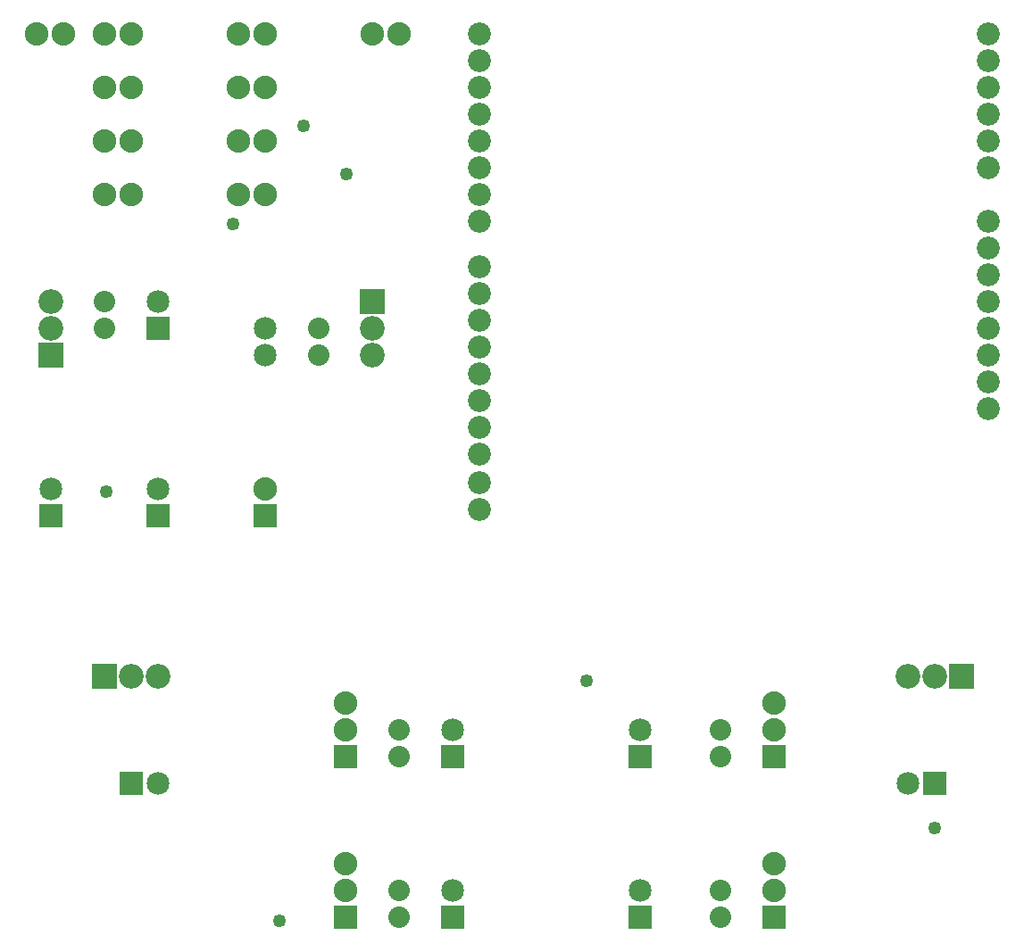
<source format=gbs>
G04 MADE WITH FRITZING*
G04 WWW.FRITZING.ORG*
G04 DOUBLE SIDED*
G04 HOLES PLATED*
G04 CONTOUR ON CENTER OF CONTOUR VECTOR*
%ASAXBY*%
%FSLAX23Y23*%
%MOIN*%
%OFA0B0*%
%SFA1.0B1.0*%
%ADD10C,0.085833*%
%ADD11C,0.088000*%
%ADD12C,0.092000*%
%ADD13C,0.080000*%
%ADD14C,0.085000*%
%ADD15C,0.049370*%
%ADD16R,0.088000X0.088000*%
%ADD17R,0.092000X0.092000*%
%ADD18R,0.085000X0.085000*%
%ADD19C,0.030000*%
%LNMASK0*%
G90*
G70*
G54D10*
X1790Y1961D03*
X1790Y2062D03*
X1790Y2169D03*
X1790Y2269D03*
X1790Y2369D03*
X1790Y2469D03*
X1790Y2569D03*
X1790Y2669D03*
X1790Y2769D03*
X1790Y2869D03*
X1790Y3039D03*
X1790Y3139D03*
X1790Y3239D03*
X1790Y3339D03*
X1790Y3439D03*
X1790Y3539D03*
X1790Y3639D03*
X1790Y3739D03*
X3690Y2339D03*
X3690Y2439D03*
X3690Y2539D03*
X3690Y2639D03*
X3690Y2739D03*
X3690Y2839D03*
X3690Y2939D03*
X3690Y3039D03*
X3690Y3239D03*
X3690Y3339D03*
X3690Y3439D03*
X3690Y3539D03*
X3690Y3639D03*
X3690Y3739D03*
G54D11*
X990Y1938D03*
X990Y2038D03*
X234Y3738D03*
X134Y3738D03*
X1390Y3738D03*
X1490Y3738D03*
X490Y3138D03*
X390Y3138D03*
X990Y3338D03*
X890Y3338D03*
X990Y3538D03*
X890Y3538D03*
X990Y3738D03*
X890Y3738D03*
X990Y3138D03*
X890Y3138D03*
X490Y3338D03*
X390Y3338D03*
X490Y3538D03*
X390Y3538D03*
X390Y3738D03*
X490Y3738D03*
G54D12*
X390Y1338D03*
X490Y1338D03*
X590Y1338D03*
X3590Y1338D03*
X3490Y1338D03*
X3390Y1338D03*
X1390Y2739D03*
X1390Y2639D03*
X1390Y2539D03*
X190Y2539D03*
X190Y2639D03*
X190Y2739D03*
G54D11*
X2890Y438D03*
X2890Y538D03*
X2890Y638D03*
X2890Y1038D03*
X2890Y1138D03*
X2890Y1238D03*
X1290Y438D03*
X1290Y538D03*
X1290Y638D03*
X1290Y1038D03*
X1290Y1138D03*
X1290Y1238D03*
G54D13*
X1490Y538D03*
X1490Y438D03*
X1490Y1138D03*
X1490Y1038D03*
X2690Y538D03*
X2690Y438D03*
X2690Y1138D03*
X2690Y1038D03*
X1190Y2639D03*
X1190Y2538D03*
X390Y2739D03*
X390Y2638D03*
G54D14*
X590Y2639D03*
X590Y2739D03*
X990Y2539D03*
X990Y2639D03*
X2390Y1038D03*
X2390Y1138D03*
X2390Y438D03*
X2390Y538D03*
X1690Y438D03*
X1690Y538D03*
X1690Y1038D03*
X1690Y1138D03*
X490Y938D03*
X590Y938D03*
X190Y1938D03*
X190Y2038D03*
X590Y1938D03*
X590Y2038D03*
X3490Y938D03*
X3390Y938D03*
G54D15*
X396Y2028D03*
X1041Y427D03*
X3489Y774D03*
X2190Y1322D03*
X870Y3030D03*
X1131Y3395D03*
X1292Y3216D03*
G54D16*
X990Y1938D03*
G54D17*
X390Y1338D03*
X3590Y1338D03*
X1390Y2739D03*
X190Y2539D03*
G54D16*
X2890Y438D03*
X2890Y1038D03*
X1290Y438D03*
X1290Y1038D03*
G54D18*
X590Y2639D03*
X2390Y1038D03*
X2390Y438D03*
X1690Y438D03*
X1690Y1038D03*
X490Y938D03*
X190Y1938D03*
X590Y1938D03*
X3490Y938D03*
G54D19*
G36*
X963Y2566D02*
X1018Y2566D01*
X1018Y2511D01*
X963Y2511D01*
X963Y2566D01*
G37*
D02*
G04 End of Mask0*
M02*
</source>
